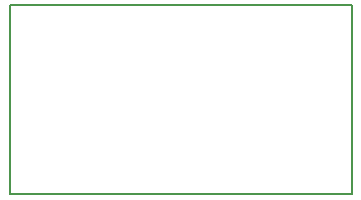
<source format=gbr>
G04 #@! TF.FileFunction,Profile,NP*
%FSLAX46Y46*%
G04 Gerber Fmt 4.6, Leading zero omitted, Abs format (unit mm)*
G04 Created by KiCad (PCBNEW 4.0.1-stable) date 2016/02/09 9:59:13*
%MOMM*%
G01*
G04 APERTURE LIST*
%ADD10C,0.100000*%
%ADD11C,0.150000*%
G04 APERTURE END LIST*
D10*
D11*
X39000000Y-10000000D02*
X10000000Y-10000000D01*
X39000000Y-26000000D02*
X39000000Y-10000000D01*
X10000000Y-26000000D02*
X39000000Y-26000000D01*
X10000000Y-10000000D02*
X10000000Y-26000000D01*
M02*

</source>
